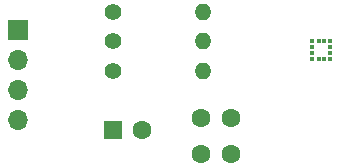
<source format=gbr>
%TF.GenerationSoftware,KiCad,Pcbnew,7.0.10*%
%TF.CreationDate,2024-05-09T00:22:21+08:00*%
%TF.ProjectId,pcb.rescue,7063622e-7265-4736-9375-652e6b696361,rev?*%
%TF.SameCoordinates,Original*%
%TF.FileFunction,Soldermask,Top*%
%TF.FilePolarity,Negative*%
%FSLAX46Y46*%
G04 Gerber Fmt 4.6, Leading zero omitted, Abs format (unit mm)*
G04 Created by KiCad (PCBNEW 7.0.10) date 2024-05-09 00:22:21*
%MOMM*%
%LPD*%
G01*
G04 APERTURE LIST*
%ADD10C,1.400000*%
%ADD11O,1.400000X1.400000*%
%ADD12C,1.600000*%
%ADD13R,0.375000X0.350000*%
%ADD14R,0.350000X0.375000*%
%ADD15R,1.600000X1.600000*%
%ADD16R,1.700000X1.700000*%
%ADD17O,1.700000X1.700000*%
G04 APERTURE END LIST*
D10*
%TO.C,R3*%
X141000000Y-83000000D03*
D11*
X148620000Y-83000000D03*
%TD*%
D12*
%TO.C,C1*%
X151000000Y-95000000D03*
X148500000Y-95000000D03*
%TD*%
D10*
%TO.C,R2*%
X141000000Y-88000000D03*
D11*
X148620000Y-88000000D03*
%TD*%
D12*
%TO.C,C3*%
X151000000Y-92000000D03*
X148500000Y-92000000D03*
%TD*%
D13*
%TO.C,U1*%
X157917500Y-85477500D03*
X157917500Y-85977500D03*
X157917500Y-86477500D03*
X157917500Y-86977500D03*
D14*
X158430000Y-86990000D03*
X158930000Y-86990000D03*
D13*
X159442500Y-86977500D03*
X159442500Y-86477500D03*
X159442500Y-85977500D03*
X159442500Y-85477500D03*
D14*
X158930000Y-85465000D03*
X158430000Y-85465000D03*
%TD*%
D15*
%TO.C,C2*%
X141000000Y-93000000D03*
D12*
X143500000Y-93000000D03*
%TD*%
D10*
%TO.C,R1*%
X141000000Y-85500000D03*
D11*
X148620000Y-85500000D03*
%TD*%
D16*
%TO.C,J1*%
X133000000Y-84500000D03*
D17*
X133000000Y-87040000D03*
X133000000Y-89580000D03*
X133000000Y-92120000D03*
%TD*%
M02*

</source>
